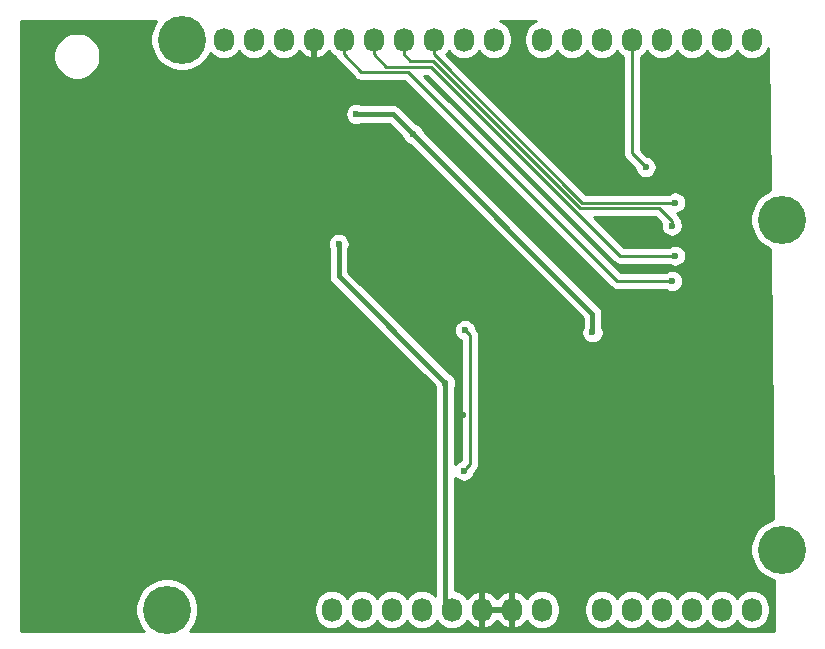
<source format=gbr>
G04 #@! TF.GenerationSoftware,KiCad,Pcbnew,5.1.5+dfsg1-2build2*
G04 #@! TF.CreationDate,2021-11-30T21:55:48+00:00*
G04 #@! TF.ProjectId,shield,73686965-6c64-42e6-9b69-6361645f7063,rev?*
G04 #@! TF.SameCoordinates,Original*
G04 #@! TF.FileFunction,Copper,L2,Bot*
G04 #@! TF.FilePolarity,Positive*
%FSLAX46Y46*%
G04 Gerber Fmt 4.6, Leading zero omitted, Abs format (unit mm)*
G04 Created by KiCad (PCBNEW 5.1.5+dfsg1-2build2) date 2021-11-30 21:55:48*
%MOMM*%
%LPD*%
G04 APERTURE LIST*
G04 #@! TA.AperFunction,ComponentPad*
%ADD10O,1.727200X2.032000*%
G04 #@! TD*
G04 #@! TA.AperFunction,ComponentPad*
%ADD11C,4.064000*%
G04 #@! TD*
G04 #@! TA.AperFunction,ViaPad*
%ADD12C,0.600000*%
G04 #@! TD*
G04 #@! TA.AperFunction,Conductor*
%ADD13C,0.400000*%
G04 #@! TD*
G04 #@! TA.AperFunction,Conductor*
%ADD14C,0.250000*%
G04 #@! TD*
G04 #@! TA.AperFunction,Conductor*
%ADD15C,0.254000*%
G04 #@! TD*
G04 APERTURE END LIST*
D10*
G04 #@! TO.P,P1,1*
G04 #@! TO.N,Net-(P1-Pad1)*
X27940000Y2540000D03*
G04 #@! TO.P,P1,2*
G04 #@! TO.N,/IOREF*
X30480000Y2540000D03*
G04 #@! TO.P,P1,3*
G04 #@! TO.N,/Reset*
X33020000Y2540000D03*
G04 #@! TO.P,P1,4*
G04 #@! TO.N,+3V3*
X35560000Y2540000D03*
G04 #@! TO.P,P1,5*
G04 #@! TO.N,+5V*
X38100000Y2540000D03*
G04 #@! TO.P,P1,6*
G04 #@! TO.N,GND*
X40640000Y2540000D03*
G04 #@! TO.P,P1,7*
X43180000Y2540000D03*
G04 #@! TO.P,P1,8*
G04 #@! TO.N,/Vin*
X45720000Y2540000D03*
G04 #@! TD*
G04 #@! TO.P,P2,1*
G04 #@! TO.N,PHOTODIODE_DC*
X50800000Y2540000D03*
G04 #@! TO.P,P2,2*
G04 #@! TO.N,PHOTODIODE_AMPLIFIED*
X53340000Y2540000D03*
G04 #@! TO.P,P2,3*
G04 #@! TO.N,LM35_AMPLIFIED*
X55880000Y2540000D03*
G04 #@! TO.P,P2,4*
G04 #@! TO.N,LM35_DATA_FILTERED*
X58420000Y2540000D03*
G04 #@! TO.P,P2,5*
G04 #@! TO.N,A4*
X60960000Y2540000D03*
G04 #@! TO.P,P2,6*
G04 #@! TO.N,A5*
X63500000Y2540000D03*
G04 #@! TD*
G04 #@! TO.P,P3,1*
G04 #@! TO.N,Net-(P3-Pad1)*
X18796000Y50800000D03*
G04 #@! TO.P,P3,2*
G04 #@! TO.N,Net-(P3-Pad2)*
X21336000Y50800000D03*
G04 #@! TO.P,P3,3*
G04 #@! TO.N,/AREF*
X23876000Y50800000D03*
G04 #@! TO.P,P3,4*
G04 #@! TO.N,GND*
X26416000Y50800000D03*
G04 #@! TO.P,P3,5*
G04 #@! TO.N,/13(SCK)*
X28956000Y50800000D03*
G04 #@! TO.P,P3,6*
G04 #@! TO.N,/12(MISO)*
X31496000Y50800000D03*
G04 #@! TO.P,P3,7*
G04 #@! TO.N,/11(\002A\002A/MOSI)*
X34036000Y50800000D03*
G04 #@! TO.P,P3,8*
G04 #@! TO.N,/10(\002A\002A/SS)*
X36576000Y50800000D03*
G04 #@! TO.P,P3,9*
G04 #@! TO.N,/9(\002A\002A)*
X39116000Y50800000D03*
G04 #@! TO.P,P3,10*
G04 #@! TO.N,LED4*
X41656000Y50800000D03*
G04 #@! TD*
G04 #@! TO.P,P4,1*
G04 #@! TO.N,LED3*
X45720000Y50800000D03*
G04 #@! TO.P,P4,2*
G04 #@! TO.N,LED2*
X48260000Y50800000D03*
G04 #@! TO.P,P4,3*
G04 #@! TO.N,LED1*
X50800000Y50800000D03*
G04 #@! TO.P,P4,4*
G04 #@! TO.N,/4*
X53340000Y50800000D03*
G04 #@! TO.P,P4,5*
G04 #@! TO.N,A5*
X55880000Y50800000D03*
G04 #@! TO.P,P4,6*
G04 #@! TO.N,/2*
X58420000Y50800000D03*
G04 #@! TO.P,P4,7*
G04 #@! TO.N,/1(Tx)*
X60960000Y50800000D03*
G04 #@! TO.P,P4,8*
G04 #@! TO.N,/0(Rx)*
X63500000Y50800000D03*
G04 #@! TD*
D11*
G04 #@! TO.P,P5,1*
G04 #@! TO.N,Net-(P5-Pad1)*
X13970000Y2540000D03*
G04 #@! TD*
G04 #@! TO.P,P6,1*
G04 #@! TO.N,Net-(P6-Pad1)*
X66040000Y7620000D03*
G04 #@! TD*
G04 #@! TO.P,P7,1*
G04 #@! TO.N,Net-(P7-Pad1)*
X15240000Y50800000D03*
G04 #@! TD*
G04 #@! TO.P,P8,1*
G04 #@! TO.N,Net-(P8-Pad1)*
X66040000Y35560000D03*
G04 #@! TD*
D12*
G04 #@! TO.N,+5V*
X37531000Y21719000D03*
X28500000Y33500000D03*
G04 #@! TO.N,GND*
X25800000Y15600000D03*
X39000000Y19000000D03*
X30750000Y25000000D03*
X30000000Y24250000D03*
X23750000Y11250000D03*
X17500000Y18500000D03*
X15750000Y17000000D03*
X49000000Y4750000D03*
X48000000Y5750000D03*
X47000000Y6750000D03*
X44250000Y6500000D03*
X45250000Y5500000D03*
X46250000Y4500000D03*
X31800000Y8500000D03*
X34800000Y8500000D03*
X31800000Y6500000D03*
X34750000Y6500000D03*
X48750000Y18250000D03*
X47750000Y17250000D03*
X50500000Y17000000D03*
X54750000Y22000000D03*
X55250000Y21500000D03*
X57000000Y10250000D03*
X57000000Y8250000D03*
X60750000Y6250000D03*
X60750000Y10750000D03*
X60250000Y25750000D03*
X63750000Y43250000D03*
X63750000Y42250000D03*
X63750000Y41250000D03*
X63750000Y40250000D03*
X33500000Y28000000D03*
X35000000Y29500000D03*
X37200000Y34600000D03*
X15750000Y31000000D03*
X15750000Y26500000D03*
X12000000Y31000000D03*
X11750000Y26500000D03*
X19500000Y31000000D03*
X19500000Y26500000D03*
X52000000Y45000000D03*
X48600000Y26000000D03*
X45000000Y22000000D03*
X19000000Y13000000D03*
X19000000Y15400000D03*
X19400000Y17400000D03*
X25600000Y6400000D03*
X50000000Y40000000D03*
X50000000Y38800000D03*
X44600000Y10800000D03*
X48800000Y14800000D03*
X38800000Y10800000D03*
X36400000Y10800000D03*
X32200000Y37800000D03*
X30400000Y36000000D03*
X29000000Y34600000D03*
X31800000Y46400000D03*
X44000000Y44600000D03*
X40300000Y28200000D03*
X41000000Y26200000D03*
X21300000Y41700000D03*
X40400000Y40000000D03*
X55900000Y27500000D03*
X55500000Y13300000D03*
X56500000Y18600000D03*
G04 #@! TO.N,/4*
X54500000Y40000000D03*
G04 #@! TO.N,/13(SCK)*
X56750000Y30360000D03*
G04 #@! TO.N,/10(\002A\002A/SS)*
X57000000Y37000000D03*
G04 #@! TO.N,/12(MISO)*
X57000000Y32500000D03*
G04 #@! TO.N,/11(\002A\002A/MOSI)*
X56710000Y35040000D03*
G04 #@! TO.N,LED_POWER*
X34800000Y42800000D03*
X50000000Y26000000D03*
X30000000Y44500000D03*
G04 #@! TO.N,LM35_DATA_FILTERED*
X39100000Y14300000D03*
X39200000Y26200000D03*
G04 #@! TD*
D13*
G04 #@! TO.N,+5V*
X28500000Y30750000D02*
X37531000Y21719000D01*
X28500000Y33500000D02*
X28500000Y30750000D01*
X37531000Y3109000D02*
X38100000Y2540000D01*
X37531000Y21719000D02*
X37531000Y3109000D01*
D14*
G04 #@! TO.N,/4*
X53340000Y41160000D02*
X54500000Y40000000D01*
X53340000Y50800000D02*
X53340000Y41160000D01*
G04 #@! TO.N,/13(SCK)*
X30440010Y48049990D02*
X28956000Y49534000D01*
X28956000Y49534000D02*
X28956000Y50800000D01*
X34375012Y48049990D02*
X30440010Y48049990D01*
X52065002Y30360000D02*
X34375012Y48049990D01*
X56750000Y30360000D02*
X52065002Y30360000D01*
G04 #@! TO.N,/10(\002A\002A/SS)*
X36576000Y49534000D02*
X36576000Y50800000D01*
X49110000Y37000000D02*
X36576000Y49534000D01*
X57000000Y37000000D02*
X49110000Y37000000D01*
G04 #@! TO.N,/12(MISO)*
X57000000Y32500000D02*
X52337180Y32500000D01*
X52337180Y32500000D02*
X36337180Y48500000D01*
X31496000Y49534000D02*
X31496000Y50800000D01*
X32530000Y48500000D02*
X31496000Y49534000D01*
X36337180Y48500000D02*
X32530000Y48500000D01*
G04 #@! TO.N,/11(\002A\002A/MOSI)*
X55624274Y36549990D02*
X48923600Y36549990D01*
X56710000Y35464264D02*
X55624274Y36549990D01*
X56710000Y35040000D02*
X56710000Y35464264D01*
X48923600Y36549990D02*
X36473590Y49000000D01*
X34036000Y49534000D02*
X34036000Y50800000D01*
X34570000Y49000000D02*
X34036000Y49534000D01*
X36473590Y49000000D02*
X34570000Y49000000D01*
D13*
G04 #@! TO.N,LED_POWER*
X50000000Y27600000D02*
X34800000Y42800000D01*
X50000000Y26000000D02*
X50000000Y27600000D01*
X33100000Y44500000D02*
X34800000Y42800000D01*
X30000000Y44500000D02*
X33100000Y44500000D01*
D14*
G04 #@! TO.N,LM35_DATA_FILTERED*
X39399999Y14599999D02*
X39100000Y14300000D01*
X39625001Y14825001D02*
X39399999Y14599999D01*
X39625001Y25774999D02*
X39625001Y14825001D01*
X39200000Y26200000D02*
X39625001Y25774999D01*
G04 #@! TD*
D15*
G04 #@! TO.N,GND*
G36*
X12876536Y52063298D02*
G01*
X12675492Y51577935D01*
X12573000Y51062677D01*
X12573000Y50537323D01*
X12675492Y50022065D01*
X12876536Y49536702D01*
X13168406Y49099887D01*
X13539887Y48728406D01*
X13976702Y48436536D01*
X14462065Y48235492D01*
X14977323Y48133000D01*
X15502677Y48133000D01*
X16017935Y48235492D01*
X16503298Y48436536D01*
X16940113Y48728406D01*
X17311594Y49099887D01*
X17603464Y49536702D01*
X17659001Y49670781D01*
X17731203Y49582803D01*
X17959395Y49395531D01*
X18219737Y49256375D01*
X18502224Y49170684D01*
X18796000Y49141749D01*
X19089777Y49170684D01*
X19372264Y49256375D01*
X19632606Y49395531D01*
X19860797Y49582803D01*
X20048069Y49810994D01*
X20066000Y49844541D01*
X20083931Y49810994D01*
X20271203Y49582803D01*
X20499395Y49395531D01*
X20759737Y49256375D01*
X21042224Y49170684D01*
X21336000Y49141749D01*
X21629777Y49170684D01*
X21912264Y49256375D01*
X22172606Y49395531D01*
X22400797Y49582803D01*
X22588069Y49810994D01*
X22606000Y49844541D01*
X22623931Y49810994D01*
X22811203Y49582803D01*
X23039395Y49395531D01*
X23299737Y49256375D01*
X23582224Y49170684D01*
X23876000Y49141749D01*
X24169777Y49170684D01*
X24452264Y49256375D01*
X24712606Y49395531D01*
X24940797Y49582803D01*
X25128069Y49810994D01*
X25149424Y49850947D01*
X25297514Y49648271D01*
X25513965Y49449267D01*
X25765081Y49296314D01*
X26041211Y49195291D01*
X26056974Y49192642D01*
X26289000Y49313783D01*
X26289000Y50673000D01*
X26269000Y50673000D01*
X26269000Y50927000D01*
X26289000Y50927000D01*
X26289000Y50947000D01*
X26543000Y50947000D01*
X26543000Y50927000D01*
X26563000Y50927000D01*
X26563000Y50673000D01*
X26543000Y50673000D01*
X26543000Y49313783D01*
X26775026Y49192642D01*
X26790789Y49195291D01*
X27066919Y49296314D01*
X27318035Y49449267D01*
X27534486Y49648271D01*
X27682576Y49850947D01*
X27703931Y49810994D01*
X27891203Y49582803D01*
X28119395Y49395531D01*
X28220142Y49341680D01*
X28235138Y49292246D01*
X28250454Y49241754D01*
X28321026Y49109724D01*
X28358716Y49063799D01*
X28415999Y48993999D01*
X28445003Y48970196D01*
X29876210Y47538988D01*
X29900009Y47509989D01*
X29929007Y47486191D01*
X30015733Y47415016D01*
X30147763Y47344444D01*
X30291024Y47300987D01*
X30402677Y47289990D01*
X30402686Y47289990D01*
X30440009Y47286314D01*
X30477332Y47289990D01*
X34060211Y47289990D01*
X51501203Y29848997D01*
X51525001Y29819999D01*
X51640726Y29725026D01*
X51772755Y29654454D01*
X51916016Y29610997D01*
X52027669Y29600000D01*
X52027677Y29600000D01*
X52065002Y29596324D01*
X52102327Y29600000D01*
X56204465Y29600000D01*
X56307111Y29531414D01*
X56477271Y29460932D01*
X56657911Y29425000D01*
X56842089Y29425000D01*
X57022729Y29460932D01*
X57192889Y29531414D01*
X57346028Y29633738D01*
X57476262Y29763972D01*
X57578586Y29917111D01*
X57649068Y30087271D01*
X57685000Y30267911D01*
X57685000Y30452089D01*
X57649068Y30632729D01*
X57578586Y30802889D01*
X57476262Y30956028D01*
X57346028Y31086262D01*
X57192889Y31188586D01*
X57022729Y31259068D01*
X56842089Y31295000D01*
X56657911Y31295000D01*
X56477271Y31259068D01*
X56307111Y31188586D01*
X56204465Y31120000D01*
X52379804Y31120000D01*
X35759803Y47740000D01*
X36022379Y47740000D01*
X51773381Y31988997D01*
X51797179Y31959999D01*
X51826177Y31936201D01*
X51912903Y31865026D01*
X52044933Y31794454D01*
X52188194Y31750997D01*
X52299847Y31740000D01*
X52299857Y31740000D01*
X52337180Y31736324D01*
X52374502Y31740000D01*
X56454465Y31740000D01*
X56557111Y31671414D01*
X56727271Y31600932D01*
X56907911Y31565000D01*
X57092089Y31565000D01*
X57272729Y31600932D01*
X57442889Y31671414D01*
X57596028Y31773738D01*
X57726262Y31903972D01*
X57828586Y32057111D01*
X57899068Y32227271D01*
X57935000Y32407911D01*
X57935000Y32592089D01*
X57899068Y32772729D01*
X57828586Y32942889D01*
X57726262Y33096028D01*
X57596028Y33226262D01*
X57442889Y33328586D01*
X57272729Y33399068D01*
X57092089Y33435000D01*
X56907911Y33435000D01*
X56727271Y33399068D01*
X56557111Y33328586D01*
X56454465Y33260000D01*
X52651982Y33260000D01*
X50121992Y35789990D01*
X55309473Y35789990D01*
X55806917Y35292545D01*
X55775000Y35132089D01*
X55775000Y34947911D01*
X55810932Y34767271D01*
X55881414Y34597111D01*
X55983738Y34443972D01*
X56113972Y34313738D01*
X56267111Y34211414D01*
X56437271Y34140932D01*
X56617911Y34105000D01*
X56802089Y34105000D01*
X56982729Y34140932D01*
X57152889Y34211414D01*
X57306028Y34313738D01*
X57436262Y34443972D01*
X57538586Y34597111D01*
X57609068Y34767271D01*
X57645000Y34947911D01*
X57645000Y35132089D01*
X57609068Y35312729D01*
X57538586Y35482889D01*
X57460303Y35600048D01*
X57459003Y35613250D01*
X57415546Y35756511D01*
X57344974Y35888540D01*
X57303507Y35939068D01*
X57273799Y35975268D01*
X57273795Y35975272D01*
X57250001Y36004265D01*
X57221008Y36028059D01*
X57168807Y36080260D01*
X57272729Y36100932D01*
X57442889Y36171414D01*
X57596028Y36273738D01*
X57726262Y36403972D01*
X57828586Y36557111D01*
X57899068Y36727271D01*
X57935000Y36907911D01*
X57935000Y37092089D01*
X57899068Y37272729D01*
X57828586Y37442889D01*
X57726262Y37596028D01*
X57596028Y37726262D01*
X57442889Y37828586D01*
X57272729Y37899068D01*
X57092089Y37935000D01*
X56907911Y37935000D01*
X56727271Y37899068D01*
X56557111Y37828586D01*
X56454465Y37760000D01*
X49424802Y37760000D01*
X37619487Y49565314D01*
X37640797Y49582803D01*
X37828069Y49810994D01*
X37846000Y49844541D01*
X37863931Y49810994D01*
X38051203Y49582803D01*
X38279395Y49395531D01*
X38539737Y49256375D01*
X38822224Y49170684D01*
X39116000Y49141749D01*
X39409777Y49170684D01*
X39692264Y49256375D01*
X39952606Y49395531D01*
X40180797Y49582803D01*
X40368069Y49810994D01*
X40386000Y49844541D01*
X40403931Y49810994D01*
X40591203Y49582803D01*
X40819395Y49395531D01*
X41079737Y49256375D01*
X41362224Y49170684D01*
X41656000Y49141749D01*
X41949777Y49170684D01*
X42232264Y49256375D01*
X42492606Y49395531D01*
X42720797Y49582803D01*
X42908069Y49810994D01*
X43047225Y50071337D01*
X43132916Y50353824D01*
X43154600Y50573982D01*
X43154600Y51026019D01*
X43132916Y51246177D01*
X43047225Y51528664D01*
X42908069Y51789006D01*
X42720797Y52017197D01*
X42492605Y52204469D01*
X42232263Y52343625D01*
X42135426Y52373000D01*
X45240573Y52373000D01*
X45143736Y52343625D01*
X44883394Y52204469D01*
X44655203Y52017197D01*
X44467931Y51789005D01*
X44328775Y51528663D01*
X44243084Y51246176D01*
X44221400Y51026018D01*
X44221400Y50573981D01*
X44243084Y50353823D01*
X44328775Y50071336D01*
X44467931Y49810994D01*
X44655203Y49582803D01*
X44883395Y49395531D01*
X45143737Y49256375D01*
X45426224Y49170684D01*
X45720000Y49141749D01*
X46013777Y49170684D01*
X46296264Y49256375D01*
X46556606Y49395531D01*
X46784797Y49582803D01*
X46972069Y49810994D01*
X46990000Y49844541D01*
X47007931Y49810994D01*
X47195203Y49582803D01*
X47423395Y49395531D01*
X47683737Y49256375D01*
X47966224Y49170684D01*
X48260000Y49141749D01*
X48553777Y49170684D01*
X48836264Y49256375D01*
X49096606Y49395531D01*
X49324797Y49582803D01*
X49512069Y49810994D01*
X49530000Y49844541D01*
X49547931Y49810994D01*
X49735203Y49582803D01*
X49963395Y49395531D01*
X50223737Y49256375D01*
X50506224Y49170684D01*
X50800000Y49141749D01*
X51093777Y49170684D01*
X51376264Y49256375D01*
X51636606Y49395531D01*
X51864797Y49582803D01*
X52052069Y49810994D01*
X52070000Y49844541D01*
X52087931Y49810994D01*
X52275203Y49582803D01*
X52503395Y49395531D01*
X52580000Y49354585D01*
X52580001Y41197332D01*
X52576324Y41160000D01*
X52590998Y41011015D01*
X52634454Y40867754D01*
X52705026Y40735724D01*
X52767977Y40659019D01*
X52800000Y40619999D01*
X52828998Y40596201D01*
X53576847Y39848351D01*
X53600932Y39727271D01*
X53671414Y39557111D01*
X53773738Y39403972D01*
X53903972Y39273738D01*
X54057111Y39171414D01*
X54227271Y39100932D01*
X54407911Y39065000D01*
X54592089Y39065000D01*
X54772729Y39100932D01*
X54942889Y39171414D01*
X55096028Y39273738D01*
X55226262Y39403972D01*
X55328586Y39557111D01*
X55399068Y39727271D01*
X55435000Y39907911D01*
X55435000Y40092089D01*
X55399068Y40272729D01*
X55328586Y40442889D01*
X55226262Y40596028D01*
X55096028Y40726262D01*
X54942889Y40828586D01*
X54772729Y40899068D01*
X54651649Y40923153D01*
X54100000Y41474801D01*
X54100000Y49354584D01*
X54176606Y49395531D01*
X54404797Y49582803D01*
X54592069Y49810994D01*
X54610000Y49844541D01*
X54627931Y49810994D01*
X54815203Y49582803D01*
X55043395Y49395531D01*
X55303737Y49256375D01*
X55586224Y49170684D01*
X55880000Y49141749D01*
X56173777Y49170684D01*
X56456264Y49256375D01*
X56716606Y49395531D01*
X56944797Y49582803D01*
X57132069Y49810994D01*
X57150000Y49844541D01*
X57167931Y49810994D01*
X57355203Y49582803D01*
X57583395Y49395531D01*
X57843737Y49256375D01*
X58126224Y49170684D01*
X58420000Y49141749D01*
X58713777Y49170684D01*
X58996264Y49256375D01*
X59256606Y49395531D01*
X59484797Y49582803D01*
X59672069Y49810994D01*
X59690000Y49844541D01*
X59707931Y49810994D01*
X59895203Y49582803D01*
X60123395Y49395531D01*
X60383737Y49256375D01*
X60666224Y49170684D01*
X60960000Y49141749D01*
X61253777Y49170684D01*
X61536264Y49256375D01*
X61796606Y49395531D01*
X62024797Y49582803D01*
X62212069Y49810994D01*
X62230000Y49844541D01*
X62247931Y49810994D01*
X62435203Y49582803D01*
X62663395Y49395531D01*
X62923737Y49256375D01*
X63206224Y49170684D01*
X63500000Y49141749D01*
X63793777Y49170684D01*
X64076264Y49256375D01*
X64336606Y49395531D01*
X64564797Y49582803D01*
X64752069Y49810994D01*
X64891225Y50071337D01*
X64896189Y50087701D01*
X65012215Y38021017D01*
X64776702Y37923464D01*
X64339887Y37631594D01*
X63968406Y37260113D01*
X63676536Y36823298D01*
X63475492Y36337935D01*
X63373000Y35822677D01*
X63373000Y35297323D01*
X63475492Y34782065D01*
X63676536Y34296702D01*
X63968406Y33859887D01*
X64339887Y33488406D01*
X64776702Y33196536D01*
X65059731Y33079301D01*
X65279840Y10188044D01*
X65262065Y10184508D01*
X64776702Y9983464D01*
X64339887Y9691594D01*
X63968406Y9320113D01*
X63676536Y8883298D01*
X63475492Y8397935D01*
X63373000Y7882677D01*
X63373000Y7357323D01*
X63475492Y6842065D01*
X63676536Y6356702D01*
X63968406Y5919887D01*
X64339887Y5548406D01*
X64776702Y5256536D01*
X65262065Y5055492D01*
X65329320Y5042114D01*
X65351679Y2716781D01*
X65340274Y2679184D01*
X65326565Y2540000D01*
X65330001Y2505115D01*
X65330000Y710000D01*
X15911707Y710000D01*
X16041594Y839887D01*
X16333464Y1276702D01*
X16534508Y1762065D01*
X16637000Y2277323D01*
X16637000Y2766018D01*
X26441400Y2766018D01*
X26441400Y2313981D01*
X26463084Y2093823D01*
X26548775Y1811336D01*
X26687931Y1550994D01*
X26875203Y1322803D01*
X27103395Y1135531D01*
X27363737Y996375D01*
X27646224Y910684D01*
X27940000Y881749D01*
X28233777Y910684D01*
X28516264Y996375D01*
X28776606Y1135531D01*
X29004797Y1322803D01*
X29192069Y1550994D01*
X29210000Y1584541D01*
X29227931Y1550994D01*
X29415203Y1322803D01*
X29643395Y1135531D01*
X29903737Y996375D01*
X30186224Y910684D01*
X30480000Y881749D01*
X30773777Y910684D01*
X31056264Y996375D01*
X31316606Y1135531D01*
X31544797Y1322803D01*
X31732069Y1550994D01*
X31750000Y1584541D01*
X31767931Y1550994D01*
X31955203Y1322803D01*
X32183395Y1135531D01*
X32443737Y996375D01*
X32726224Y910684D01*
X33020000Y881749D01*
X33313777Y910684D01*
X33596264Y996375D01*
X33856606Y1135531D01*
X34084797Y1322803D01*
X34272069Y1550994D01*
X34290000Y1584541D01*
X34307931Y1550994D01*
X34495203Y1322803D01*
X34723395Y1135531D01*
X34983737Y996375D01*
X35266224Y910684D01*
X35560000Y881749D01*
X35853777Y910684D01*
X36136264Y996375D01*
X36396606Y1135531D01*
X36624797Y1322803D01*
X36812069Y1550994D01*
X36830000Y1584541D01*
X36847931Y1550994D01*
X37035203Y1322803D01*
X37263395Y1135531D01*
X37523737Y996375D01*
X37806224Y910684D01*
X38100000Y881749D01*
X38393777Y910684D01*
X38676264Y996375D01*
X38936606Y1135531D01*
X39164797Y1322803D01*
X39352069Y1550994D01*
X39373424Y1590947D01*
X39521514Y1388271D01*
X39737965Y1189267D01*
X39989081Y1036314D01*
X40265211Y935291D01*
X40280974Y932642D01*
X40513000Y1053783D01*
X40513000Y2413000D01*
X40767000Y2413000D01*
X40767000Y1053783D01*
X40999026Y932642D01*
X41014789Y935291D01*
X41290919Y1036314D01*
X41542035Y1189267D01*
X41758486Y1388271D01*
X41910000Y1595633D01*
X42061514Y1388271D01*
X42277965Y1189267D01*
X42529081Y1036314D01*
X42805211Y935291D01*
X42820974Y932642D01*
X43053000Y1053783D01*
X43053000Y2413000D01*
X40767000Y2413000D01*
X40513000Y2413000D01*
X40493000Y2413000D01*
X40493000Y2667000D01*
X40513000Y2667000D01*
X40513000Y4026217D01*
X40767000Y4026217D01*
X40767000Y2667000D01*
X43053000Y2667000D01*
X43053000Y4026217D01*
X43307000Y4026217D01*
X43307000Y2667000D01*
X43327000Y2667000D01*
X43327000Y2413000D01*
X43307000Y2413000D01*
X43307000Y1053783D01*
X43539026Y932642D01*
X43554789Y935291D01*
X43830919Y1036314D01*
X44082035Y1189267D01*
X44298486Y1388271D01*
X44446576Y1590947D01*
X44467931Y1550994D01*
X44655203Y1322803D01*
X44883395Y1135531D01*
X45143737Y996375D01*
X45426224Y910684D01*
X45720000Y881749D01*
X46013777Y910684D01*
X46296264Y996375D01*
X46556606Y1135531D01*
X46784797Y1322803D01*
X46972069Y1550994D01*
X47111225Y1811337D01*
X47196916Y2093824D01*
X47218600Y2313982D01*
X47218600Y2766018D01*
X49301400Y2766018D01*
X49301400Y2313981D01*
X49323084Y2093823D01*
X49408775Y1811336D01*
X49547931Y1550994D01*
X49735203Y1322803D01*
X49963395Y1135531D01*
X50223737Y996375D01*
X50506224Y910684D01*
X50800000Y881749D01*
X51093777Y910684D01*
X51376264Y996375D01*
X51636606Y1135531D01*
X51864797Y1322803D01*
X52052069Y1550994D01*
X52070000Y1584541D01*
X52087931Y1550994D01*
X52275203Y1322803D01*
X52503395Y1135531D01*
X52763737Y996375D01*
X53046224Y910684D01*
X53340000Y881749D01*
X53633777Y910684D01*
X53916264Y996375D01*
X54176606Y1135531D01*
X54404797Y1322803D01*
X54592069Y1550994D01*
X54610000Y1584541D01*
X54627931Y1550994D01*
X54815203Y1322803D01*
X55043395Y1135531D01*
X55303737Y996375D01*
X55586224Y910684D01*
X55880000Y881749D01*
X56173777Y910684D01*
X56456264Y996375D01*
X56716606Y1135531D01*
X56944797Y1322803D01*
X57132069Y1550994D01*
X57150000Y1584541D01*
X57167931Y1550994D01*
X57355203Y1322803D01*
X57583395Y1135531D01*
X57843737Y996375D01*
X58126224Y910684D01*
X58420000Y881749D01*
X58713777Y910684D01*
X58996264Y996375D01*
X59256606Y1135531D01*
X59484797Y1322803D01*
X59672069Y1550994D01*
X59690000Y1584541D01*
X59707931Y1550994D01*
X59895203Y1322803D01*
X60123395Y1135531D01*
X60383737Y996375D01*
X60666224Y910684D01*
X60960000Y881749D01*
X61253777Y910684D01*
X61536264Y996375D01*
X61796606Y1135531D01*
X62024797Y1322803D01*
X62212069Y1550994D01*
X62230000Y1584541D01*
X62247931Y1550994D01*
X62435203Y1322803D01*
X62663395Y1135531D01*
X62923737Y996375D01*
X63206224Y910684D01*
X63500000Y881749D01*
X63793777Y910684D01*
X64076264Y996375D01*
X64336606Y1135531D01*
X64564797Y1322803D01*
X64752069Y1550994D01*
X64891225Y1811337D01*
X64976916Y2093824D01*
X64998600Y2313982D01*
X64998600Y2766019D01*
X64976916Y2986177D01*
X64891225Y3268664D01*
X64752069Y3529006D01*
X64564797Y3757197D01*
X64336605Y3944469D01*
X64076263Y4083625D01*
X63793776Y4169316D01*
X63500000Y4198251D01*
X63206223Y4169316D01*
X62923736Y4083625D01*
X62663394Y3944469D01*
X62435203Y3757197D01*
X62247931Y3529005D01*
X62230000Y3495459D01*
X62212069Y3529006D01*
X62024797Y3757197D01*
X61796605Y3944469D01*
X61536263Y4083625D01*
X61253776Y4169316D01*
X60960000Y4198251D01*
X60666223Y4169316D01*
X60383736Y4083625D01*
X60123394Y3944469D01*
X59895203Y3757197D01*
X59707931Y3529005D01*
X59690000Y3495459D01*
X59672069Y3529006D01*
X59484797Y3757197D01*
X59256605Y3944469D01*
X58996263Y4083625D01*
X58713776Y4169316D01*
X58420000Y4198251D01*
X58126223Y4169316D01*
X57843736Y4083625D01*
X57583394Y3944469D01*
X57355203Y3757197D01*
X57167931Y3529005D01*
X57150000Y3495459D01*
X57132069Y3529006D01*
X56944797Y3757197D01*
X56716605Y3944469D01*
X56456263Y4083625D01*
X56173776Y4169316D01*
X55880000Y4198251D01*
X55586223Y4169316D01*
X55303736Y4083625D01*
X55043394Y3944469D01*
X54815203Y3757197D01*
X54627931Y3529005D01*
X54610000Y3495459D01*
X54592069Y3529006D01*
X54404797Y3757197D01*
X54176605Y3944469D01*
X53916263Y4083625D01*
X53633776Y4169316D01*
X53340000Y4198251D01*
X53046223Y4169316D01*
X52763736Y4083625D01*
X52503394Y3944469D01*
X52275203Y3757197D01*
X52087931Y3529005D01*
X52070000Y3495459D01*
X52052069Y3529006D01*
X51864797Y3757197D01*
X51636605Y3944469D01*
X51376263Y4083625D01*
X51093776Y4169316D01*
X50800000Y4198251D01*
X50506223Y4169316D01*
X50223736Y4083625D01*
X49963394Y3944469D01*
X49735203Y3757197D01*
X49547931Y3529005D01*
X49408775Y3268663D01*
X49323084Y2986176D01*
X49301400Y2766018D01*
X47218600Y2766018D01*
X47218600Y2766019D01*
X47196916Y2986177D01*
X47111225Y3268664D01*
X46972069Y3529006D01*
X46784797Y3757197D01*
X46556605Y3944469D01*
X46296263Y4083625D01*
X46013776Y4169316D01*
X45720000Y4198251D01*
X45426223Y4169316D01*
X45143736Y4083625D01*
X44883394Y3944469D01*
X44655203Y3757197D01*
X44467931Y3529005D01*
X44446576Y3489053D01*
X44298486Y3691729D01*
X44082035Y3890733D01*
X43830919Y4043686D01*
X43554789Y4144709D01*
X43539026Y4147358D01*
X43307000Y4026217D01*
X43053000Y4026217D01*
X42820974Y4147358D01*
X42805211Y4144709D01*
X42529081Y4043686D01*
X42277965Y3890733D01*
X42061514Y3691729D01*
X41910000Y3484367D01*
X41758486Y3691729D01*
X41542035Y3890733D01*
X41290919Y4043686D01*
X41014789Y4144709D01*
X40999026Y4147358D01*
X40767000Y4026217D01*
X40513000Y4026217D01*
X40280974Y4147358D01*
X40265211Y4144709D01*
X39989081Y4043686D01*
X39737965Y3890733D01*
X39521514Y3691729D01*
X39373424Y3489053D01*
X39352069Y3529006D01*
X39164797Y3757197D01*
X38936605Y3944469D01*
X38676263Y4083625D01*
X38393776Y4169316D01*
X38366000Y4172052D01*
X38366000Y13715553D01*
X38373738Y13703972D01*
X38503972Y13573738D01*
X38657111Y13471414D01*
X38827271Y13400932D01*
X39007911Y13365000D01*
X39192089Y13365000D01*
X39372729Y13400932D01*
X39542889Y13471414D01*
X39696028Y13573738D01*
X39826262Y13703972D01*
X39928586Y13857111D01*
X39999068Y14027271D01*
X40023153Y14148352D01*
X40135998Y14261197D01*
X40165002Y14285000D01*
X40259975Y14400725D01*
X40330547Y14532754D01*
X40374004Y14676015D01*
X40385001Y14787668D01*
X40385001Y14787678D01*
X40388677Y14825001D01*
X40385001Y14862324D01*
X40385001Y25737677D01*
X40388677Y25775000D01*
X40385001Y25812323D01*
X40385001Y25812332D01*
X40374004Y25923985D01*
X40330547Y26067246D01*
X40259975Y26199275D01*
X40165002Y26315000D01*
X40135999Y26338802D01*
X40123153Y26351648D01*
X40099068Y26472729D01*
X40028586Y26642889D01*
X39926262Y26796028D01*
X39796028Y26926262D01*
X39642889Y27028586D01*
X39472729Y27099068D01*
X39292089Y27135000D01*
X39107911Y27135000D01*
X38927271Y27099068D01*
X38757111Y27028586D01*
X38603972Y26926262D01*
X38473738Y26796028D01*
X38371414Y26642889D01*
X38300932Y26472729D01*
X38265000Y26292089D01*
X38265000Y26107911D01*
X38300932Y25927271D01*
X38371414Y25757111D01*
X38473738Y25603972D01*
X38603972Y25473738D01*
X38757111Y25371414D01*
X38865001Y25326725D01*
X38865002Y15206573D01*
X38827271Y15199068D01*
X38657111Y15128586D01*
X38503972Y15026262D01*
X38373738Y14896028D01*
X38366000Y14884447D01*
X38366000Y21291596D01*
X38430068Y21446271D01*
X38466000Y21626911D01*
X38466000Y21811089D01*
X38430068Y21991729D01*
X38359586Y22161889D01*
X38257262Y22315028D01*
X38127028Y22445262D01*
X37973889Y22547586D01*
X37819216Y22611653D01*
X29335000Y31095867D01*
X29335000Y33072596D01*
X29399068Y33227271D01*
X29435000Y33407911D01*
X29435000Y33592089D01*
X29399068Y33772729D01*
X29328586Y33942889D01*
X29226262Y34096028D01*
X29096028Y34226262D01*
X28942889Y34328586D01*
X28772729Y34399068D01*
X28592089Y34435000D01*
X28407911Y34435000D01*
X28227271Y34399068D01*
X28057111Y34328586D01*
X27903972Y34226262D01*
X27773738Y34096028D01*
X27671414Y33942889D01*
X27600932Y33772729D01*
X27565000Y33592089D01*
X27565000Y33407911D01*
X27600932Y33227271D01*
X27665000Y33072595D01*
X27665001Y30791028D01*
X27660960Y30750000D01*
X27677082Y30586312D01*
X27724828Y30428914D01*
X27802364Y30283855D01*
X27802365Y30283854D01*
X27906710Y30156709D01*
X27938574Y30130559D01*
X36638347Y21430784D01*
X36696000Y21291596D01*
X36696001Y3670435D01*
X36624797Y3757197D01*
X36396605Y3944469D01*
X36136263Y4083625D01*
X35853776Y4169316D01*
X35560000Y4198251D01*
X35266223Y4169316D01*
X34983736Y4083625D01*
X34723394Y3944469D01*
X34495203Y3757197D01*
X34307931Y3529005D01*
X34290000Y3495459D01*
X34272069Y3529006D01*
X34084797Y3757197D01*
X33856605Y3944469D01*
X33596263Y4083625D01*
X33313776Y4169316D01*
X33020000Y4198251D01*
X32726223Y4169316D01*
X32443736Y4083625D01*
X32183394Y3944469D01*
X31955203Y3757197D01*
X31767931Y3529005D01*
X31750000Y3495459D01*
X31732069Y3529006D01*
X31544797Y3757197D01*
X31316605Y3944469D01*
X31056263Y4083625D01*
X30773776Y4169316D01*
X30480000Y4198251D01*
X30186223Y4169316D01*
X29903736Y4083625D01*
X29643394Y3944469D01*
X29415203Y3757197D01*
X29227931Y3529005D01*
X29210000Y3495459D01*
X29192069Y3529006D01*
X29004797Y3757197D01*
X28776605Y3944469D01*
X28516263Y4083625D01*
X28233776Y4169316D01*
X27940000Y4198251D01*
X27646223Y4169316D01*
X27363736Y4083625D01*
X27103394Y3944469D01*
X26875203Y3757197D01*
X26687931Y3529005D01*
X26548775Y3268663D01*
X26463084Y2986176D01*
X26441400Y2766018D01*
X16637000Y2766018D01*
X16637000Y2802677D01*
X16534508Y3317935D01*
X16333464Y3803298D01*
X16041594Y4240113D01*
X15670113Y4611594D01*
X15233298Y4903464D01*
X14747935Y5104508D01*
X14232677Y5207000D01*
X13707323Y5207000D01*
X13192065Y5104508D01*
X12706702Y4903464D01*
X12269887Y4611594D01*
X11898406Y4240113D01*
X11606536Y3803298D01*
X11405492Y3317935D01*
X11303000Y2802677D01*
X11303000Y2277323D01*
X11405492Y1762065D01*
X11606536Y1276702D01*
X11898406Y839887D01*
X12028293Y710000D01*
X1627000Y710000D01*
X1627000Y44592089D01*
X29065000Y44592089D01*
X29065000Y44407911D01*
X29100932Y44227271D01*
X29171414Y44057111D01*
X29273738Y43903972D01*
X29403972Y43773738D01*
X29557111Y43671414D01*
X29727271Y43600932D01*
X29907911Y43565000D01*
X30092089Y43565000D01*
X30272729Y43600932D01*
X30427404Y43665000D01*
X32754133Y43665000D01*
X33907346Y42511786D01*
X33971414Y42357111D01*
X34073738Y42203972D01*
X34203972Y42073738D01*
X34357111Y41971414D01*
X34511788Y41907345D01*
X49165001Y27254131D01*
X49165000Y26427405D01*
X49100932Y26272729D01*
X49065000Y26092089D01*
X49065000Y25907911D01*
X49100932Y25727271D01*
X49171414Y25557111D01*
X49273738Y25403972D01*
X49403972Y25273738D01*
X49557111Y25171414D01*
X49727271Y25100932D01*
X49907911Y25065000D01*
X50092089Y25065000D01*
X50272729Y25100932D01*
X50442889Y25171414D01*
X50596028Y25273738D01*
X50726262Y25403972D01*
X50828586Y25557111D01*
X50899068Y25727271D01*
X50935000Y25907911D01*
X50935000Y26092089D01*
X50899068Y26272729D01*
X50835000Y26427404D01*
X50835000Y27558982D01*
X50839040Y27600001D01*
X50822918Y27763689D01*
X50775172Y27921087D01*
X50697636Y28066146D01*
X50593291Y28193291D01*
X50561427Y28219441D01*
X35692655Y43088212D01*
X35628586Y43242889D01*
X35526262Y43396028D01*
X35396028Y43526262D01*
X35242889Y43628586D01*
X35088214Y43692654D01*
X33719446Y45061421D01*
X33693291Y45093291D01*
X33566146Y45197636D01*
X33421087Y45275172D01*
X33263689Y45322918D01*
X33141019Y45335000D01*
X33141018Y45335000D01*
X33100000Y45339040D01*
X33058982Y45335000D01*
X30427404Y45335000D01*
X30272729Y45399068D01*
X30092089Y45435000D01*
X29907911Y45435000D01*
X29727271Y45399068D01*
X29557111Y45328586D01*
X29403972Y45226262D01*
X29273738Y45096028D01*
X29171414Y44942889D01*
X29100932Y44772729D01*
X29065000Y44592089D01*
X1627000Y44592089D01*
X1627000Y49599034D01*
X4359631Y49599034D01*
X4359631Y49206966D01*
X4436119Y48822431D01*
X4586157Y48460207D01*
X4803979Y48134213D01*
X5081213Y47856979D01*
X5407207Y47639157D01*
X5769431Y47489119D01*
X6153966Y47412631D01*
X6546034Y47412631D01*
X6930569Y47489119D01*
X7292793Y47639157D01*
X7618787Y47856979D01*
X7896021Y48134213D01*
X8113843Y48460207D01*
X8263881Y48822431D01*
X8340369Y49206966D01*
X8340369Y49599034D01*
X8263881Y49983569D01*
X8113843Y50345793D01*
X7896021Y50671787D01*
X7618787Y50949021D01*
X7292793Y51166843D01*
X6930569Y51316881D01*
X6546034Y51393369D01*
X6153966Y51393369D01*
X5769431Y51316881D01*
X5407207Y51166843D01*
X5081213Y50949021D01*
X4803979Y50671787D01*
X4586157Y50345793D01*
X4436119Y49983569D01*
X4359631Y49599034D01*
X1627000Y49599034D01*
X1627000Y52373000D01*
X13083472Y52373000D01*
X12876536Y52063298D01*
G37*
X12876536Y52063298D02*
X12675492Y51577935D01*
X12573000Y51062677D01*
X12573000Y50537323D01*
X12675492Y50022065D01*
X12876536Y49536702D01*
X13168406Y49099887D01*
X13539887Y48728406D01*
X13976702Y48436536D01*
X14462065Y48235492D01*
X14977323Y48133000D01*
X15502677Y48133000D01*
X16017935Y48235492D01*
X16503298Y48436536D01*
X16940113Y48728406D01*
X17311594Y49099887D01*
X17603464Y49536702D01*
X17659001Y49670781D01*
X17731203Y49582803D01*
X17959395Y49395531D01*
X18219737Y49256375D01*
X18502224Y49170684D01*
X18796000Y49141749D01*
X19089777Y49170684D01*
X19372264Y49256375D01*
X19632606Y49395531D01*
X19860797Y49582803D01*
X20048069Y49810994D01*
X20066000Y49844541D01*
X20083931Y49810994D01*
X20271203Y49582803D01*
X20499395Y49395531D01*
X20759737Y49256375D01*
X21042224Y49170684D01*
X21336000Y49141749D01*
X21629777Y49170684D01*
X21912264Y49256375D01*
X22172606Y49395531D01*
X22400797Y49582803D01*
X22588069Y49810994D01*
X22606000Y49844541D01*
X22623931Y49810994D01*
X22811203Y49582803D01*
X23039395Y49395531D01*
X23299737Y49256375D01*
X23582224Y49170684D01*
X23876000Y49141749D01*
X24169777Y49170684D01*
X24452264Y49256375D01*
X24712606Y49395531D01*
X24940797Y49582803D01*
X25128069Y49810994D01*
X25149424Y49850947D01*
X25297514Y49648271D01*
X25513965Y49449267D01*
X25765081Y49296314D01*
X26041211Y49195291D01*
X26056974Y49192642D01*
X26289000Y49313783D01*
X26289000Y50673000D01*
X26269000Y50673000D01*
X26269000Y50927000D01*
X26289000Y50927000D01*
X26289000Y50947000D01*
X26543000Y50947000D01*
X26543000Y50927000D01*
X26563000Y50927000D01*
X26563000Y50673000D01*
X26543000Y50673000D01*
X26543000Y49313783D01*
X26775026Y49192642D01*
X26790789Y49195291D01*
X27066919Y49296314D01*
X27318035Y49449267D01*
X27534486Y49648271D01*
X27682576Y49850947D01*
X27703931Y49810994D01*
X27891203Y49582803D01*
X28119395Y49395531D01*
X28220142Y49341680D01*
X28235138Y49292246D01*
X28250454Y49241754D01*
X28321026Y49109724D01*
X28358716Y49063799D01*
X28415999Y48993999D01*
X28445003Y48970196D01*
X29876210Y47538988D01*
X29900009Y47509989D01*
X29929007Y47486191D01*
X30015733Y47415016D01*
X30147763Y47344444D01*
X30291024Y47300987D01*
X30402677Y47289990D01*
X30402686Y47289990D01*
X30440009Y47286314D01*
X30477332Y47289990D01*
X34060211Y47289990D01*
X51501203Y29848997D01*
X51525001Y29819999D01*
X51640726Y29725026D01*
X51772755Y29654454D01*
X51916016Y29610997D01*
X52027669Y29600000D01*
X52027677Y29600000D01*
X52065002Y29596324D01*
X52102327Y29600000D01*
X56204465Y29600000D01*
X56307111Y29531414D01*
X56477271Y29460932D01*
X56657911Y29425000D01*
X56842089Y29425000D01*
X57022729Y29460932D01*
X57192889Y29531414D01*
X57346028Y29633738D01*
X57476262Y29763972D01*
X57578586Y29917111D01*
X57649068Y30087271D01*
X57685000Y30267911D01*
X57685000Y30452089D01*
X57649068Y30632729D01*
X57578586Y30802889D01*
X57476262Y30956028D01*
X57346028Y31086262D01*
X57192889Y31188586D01*
X57022729Y31259068D01*
X56842089Y31295000D01*
X56657911Y31295000D01*
X56477271Y31259068D01*
X56307111Y31188586D01*
X56204465Y31120000D01*
X52379804Y31120000D01*
X35759803Y47740000D01*
X36022379Y47740000D01*
X51773381Y31988997D01*
X51797179Y31959999D01*
X51826177Y31936201D01*
X51912903Y31865026D01*
X52044933Y31794454D01*
X52188194Y31750997D01*
X52299847Y31740000D01*
X52299857Y31740000D01*
X52337180Y31736324D01*
X52374502Y31740000D01*
X56454465Y31740000D01*
X56557111Y31671414D01*
X56727271Y31600932D01*
X56907911Y31565000D01*
X57092089Y31565000D01*
X57272729Y31600932D01*
X57442889Y31671414D01*
X57596028Y31773738D01*
X57726262Y31903972D01*
X57828586Y32057111D01*
X57899068Y32227271D01*
X57935000Y32407911D01*
X57935000Y32592089D01*
X57899068Y32772729D01*
X57828586Y32942889D01*
X57726262Y33096028D01*
X57596028Y33226262D01*
X57442889Y33328586D01*
X57272729Y33399068D01*
X57092089Y33435000D01*
X56907911Y33435000D01*
X56727271Y33399068D01*
X56557111Y33328586D01*
X56454465Y33260000D01*
X52651982Y33260000D01*
X50121992Y35789990D01*
X55309473Y35789990D01*
X55806917Y35292545D01*
X55775000Y35132089D01*
X55775000Y34947911D01*
X55810932Y34767271D01*
X55881414Y34597111D01*
X55983738Y34443972D01*
X56113972Y34313738D01*
X56267111Y34211414D01*
X56437271Y34140932D01*
X56617911Y34105000D01*
X56802089Y34105000D01*
X56982729Y34140932D01*
X57152889Y34211414D01*
X57306028Y34313738D01*
X57436262Y34443972D01*
X57538586Y34597111D01*
X57609068Y34767271D01*
X57645000Y34947911D01*
X57645000Y35132089D01*
X57609068Y35312729D01*
X57538586Y35482889D01*
X57460303Y35600048D01*
X57459003Y35613250D01*
X57415546Y35756511D01*
X57344974Y35888540D01*
X57303507Y35939068D01*
X57273799Y35975268D01*
X57273795Y35975272D01*
X57250001Y36004265D01*
X57221008Y36028059D01*
X57168807Y36080260D01*
X57272729Y36100932D01*
X57442889Y36171414D01*
X57596028Y36273738D01*
X57726262Y36403972D01*
X57828586Y36557111D01*
X57899068Y36727271D01*
X57935000Y36907911D01*
X57935000Y37092089D01*
X57899068Y37272729D01*
X57828586Y37442889D01*
X57726262Y37596028D01*
X57596028Y37726262D01*
X57442889Y37828586D01*
X57272729Y37899068D01*
X57092089Y37935000D01*
X56907911Y37935000D01*
X56727271Y37899068D01*
X56557111Y37828586D01*
X56454465Y37760000D01*
X49424802Y37760000D01*
X37619487Y49565314D01*
X37640797Y49582803D01*
X37828069Y49810994D01*
X37846000Y49844541D01*
X37863931Y49810994D01*
X38051203Y49582803D01*
X38279395Y49395531D01*
X38539737Y49256375D01*
X38822224Y49170684D01*
X39116000Y49141749D01*
X39409777Y49170684D01*
X39692264Y49256375D01*
X39952606Y49395531D01*
X40180797Y49582803D01*
X40368069Y49810994D01*
X40386000Y49844541D01*
X40403931Y49810994D01*
X40591203Y49582803D01*
X40819395Y49395531D01*
X41079737Y49256375D01*
X41362224Y49170684D01*
X41656000Y49141749D01*
X41949777Y49170684D01*
X42232264Y49256375D01*
X42492606Y49395531D01*
X42720797Y49582803D01*
X42908069Y49810994D01*
X43047225Y50071337D01*
X43132916Y50353824D01*
X43154600Y50573982D01*
X43154600Y51026019D01*
X43132916Y51246177D01*
X43047225Y51528664D01*
X42908069Y51789006D01*
X42720797Y52017197D01*
X42492605Y52204469D01*
X42232263Y52343625D01*
X42135426Y52373000D01*
X45240573Y52373000D01*
X45143736Y52343625D01*
X44883394Y52204469D01*
X44655203Y52017197D01*
X44467931Y51789005D01*
X44328775Y51528663D01*
X44243084Y51246176D01*
X44221400Y51026018D01*
X44221400Y50573981D01*
X44243084Y50353823D01*
X44328775Y50071336D01*
X44467931Y49810994D01*
X44655203Y49582803D01*
X44883395Y49395531D01*
X45143737Y49256375D01*
X45426224Y49170684D01*
X45720000Y49141749D01*
X46013777Y49170684D01*
X46296264Y49256375D01*
X46556606Y49395531D01*
X46784797Y49582803D01*
X46972069Y49810994D01*
X46990000Y49844541D01*
X47007931Y49810994D01*
X47195203Y49582803D01*
X47423395Y49395531D01*
X47683737Y49256375D01*
X47966224Y49170684D01*
X48260000Y49141749D01*
X48553777Y49170684D01*
X48836264Y49256375D01*
X49096606Y49395531D01*
X49324797Y49582803D01*
X49512069Y49810994D01*
X49530000Y49844541D01*
X49547931Y49810994D01*
X49735203Y49582803D01*
X49963395Y49395531D01*
X50223737Y49256375D01*
X50506224Y49170684D01*
X50800000Y49141749D01*
X51093777Y49170684D01*
X51376264Y49256375D01*
X51636606Y49395531D01*
X51864797Y49582803D01*
X52052069Y49810994D01*
X52070000Y49844541D01*
X52087931Y49810994D01*
X52275203Y49582803D01*
X52503395Y49395531D01*
X52580000Y49354585D01*
X52580001Y41197332D01*
X52576324Y41160000D01*
X52590998Y41011015D01*
X52634454Y40867754D01*
X52705026Y40735724D01*
X52767977Y40659019D01*
X52800000Y40619999D01*
X52828998Y40596201D01*
X53576847Y39848351D01*
X53600932Y39727271D01*
X53671414Y39557111D01*
X53773738Y39403972D01*
X53903972Y39273738D01*
X54057111Y39171414D01*
X54227271Y39100932D01*
X54407911Y39065000D01*
X54592089Y39065000D01*
X54772729Y39100932D01*
X54942889Y39171414D01*
X55096028Y39273738D01*
X55226262Y39403972D01*
X55328586Y39557111D01*
X55399068Y39727271D01*
X55435000Y39907911D01*
X55435000Y40092089D01*
X55399068Y40272729D01*
X55328586Y40442889D01*
X55226262Y40596028D01*
X55096028Y40726262D01*
X54942889Y40828586D01*
X54772729Y40899068D01*
X54651649Y40923153D01*
X54100000Y41474801D01*
X54100000Y49354584D01*
X54176606Y49395531D01*
X54404797Y49582803D01*
X54592069Y49810994D01*
X54610000Y49844541D01*
X54627931Y49810994D01*
X54815203Y49582803D01*
X55043395Y49395531D01*
X55303737Y49256375D01*
X55586224Y49170684D01*
X55880000Y49141749D01*
X56173777Y49170684D01*
X56456264Y49256375D01*
X56716606Y49395531D01*
X56944797Y49582803D01*
X57132069Y49810994D01*
X57150000Y49844541D01*
X57167931Y49810994D01*
X57355203Y49582803D01*
X57583395Y49395531D01*
X57843737Y49256375D01*
X58126224Y49170684D01*
X58420000Y49141749D01*
X58713777Y49170684D01*
X58996264Y49256375D01*
X59256606Y49395531D01*
X59484797Y49582803D01*
X59672069Y49810994D01*
X59690000Y49844541D01*
X59707931Y49810994D01*
X59895203Y49582803D01*
X60123395Y49395531D01*
X60383737Y49256375D01*
X60666224Y49170684D01*
X60960000Y49141749D01*
X61253777Y49170684D01*
X61536264Y49256375D01*
X61796606Y49395531D01*
X62024797Y49582803D01*
X62212069Y49810994D01*
X62230000Y49844541D01*
X62247931Y49810994D01*
X62435203Y49582803D01*
X62663395Y49395531D01*
X62923737Y49256375D01*
X63206224Y49170684D01*
X63500000Y49141749D01*
X63793777Y49170684D01*
X64076264Y49256375D01*
X64336606Y49395531D01*
X64564797Y49582803D01*
X64752069Y49810994D01*
X64891225Y50071337D01*
X64896189Y50087701D01*
X65012215Y38021017D01*
X64776702Y37923464D01*
X64339887Y37631594D01*
X63968406Y37260113D01*
X63676536Y36823298D01*
X63475492Y36337935D01*
X63373000Y35822677D01*
X63373000Y35297323D01*
X63475492Y34782065D01*
X63676536Y34296702D01*
X63968406Y33859887D01*
X64339887Y33488406D01*
X64776702Y33196536D01*
X65059731Y33079301D01*
X65279840Y10188044D01*
X65262065Y10184508D01*
X64776702Y9983464D01*
X64339887Y9691594D01*
X63968406Y9320113D01*
X63676536Y8883298D01*
X63475492Y8397935D01*
X63373000Y7882677D01*
X63373000Y7357323D01*
X63475492Y6842065D01*
X63676536Y6356702D01*
X63968406Y5919887D01*
X64339887Y5548406D01*
X64776702Y5256536D01*
X65262065Y5055492D01*
X65329320Y5042114D01*
X65351679Y2716781D01*
X65340274Y2679184D01*
X65326565Y2540000D01*
X65330001Y2505115D01*
X65330000Y710000D01*
X15911707Y710000D01*
X16041594Y839887D01*
X16333464Y1276702D01*
X16534508Y1762065D01*
X16637000Y2277323D01*
X16637000Y2766018D01*
X26441400Y2766018D01*
X26441400Y2313981D01*
X26463084Y2093823D01*
X26548775Y1811336D01*
X26687931Y1550994D01*
X26875203Y1322803D01*
X27103395Y1135531D01*
X27363737Y996375D01*
X27646224Y910684D01*
X27940000Y881749D01*
X28233777Y910684D01*
X28516264Y996375D01*
X28776606Y1135531D01*
X29004797Y1322803D01*
X29192069Y1550994D01*
X29210000Y1584541D01*
X29227931Y1550994D01*
X29415203Y1322803D01*
X29643395Y1135531D01*
X29903737Y996375D01*
X30186224Y910684D01*
X30480000Y881749D01*
X30773777Y910684D01*
X31056264Y996375D01*
X31316606Y1135531D01*
X31544797Y1322803D01*
X31732069Y1550994D01*
X31750000Y1584541D01*
X31767931Y1550994D01*
X31955203Y1322803D01*
X32183395Y1135531D01*
X32443737Y996375D01*
X32726224Y910684D01*
X33020000Y881749D01*
X33313777Y910684D01*
X33596264Y996375D01*
X33856606Y1135531D01*
X34084797Y1322803D01*
X34272069Y1550994D01*
X34290000Y1584541D01*
X34307931Y1550994D01*
X34495203Y1322803D01*
X34723395Y1135531D01*
X34983737Y996375D01*
X35266224Y910684D01*
X35560000Y881749D01*
X35853777Y910684D01*
X36136264Y996375D01*
X36396606Y1135531D01*
X36624797Y1322803D01*
X36812069Y1550994D01*
X36830000Y1584541D01*
X36847931Y1550994D01*
X37035203Y1322803D01*
X37263395Y1135531D01*
X37523737Y996375D01*
X37806224Y910684D01*
X38100000Y881749D01*
X38393777Y910684D01*
X38676264Y996375D01*
X38936606Y1135531D01*
X39164797Y1322803D01*
X39352069Y1550994D01*
X39373424Y1590947D01*
X39521514Y1388271D01*
X39737965Y1189267D01*
X39989081Y1036314D01*
X40265211Y935291D01*
X40280974Y932642D01*
X40513000Y1053783D01*
X40513000Y2413000D01*
X40767000Y2413000D01*
X40767000Y1053783D01*
X40999026Y932642D01*
X41014789Y935291D01*
X41290919Y1036314D01*
X41542035Y1189267D01*
X41758486Y1388271D01*
X41910000Y1595633D01*
X42061514Y1388271D01*
X42277965Y1189267D01*
X42529081Y1036314D01*
X42805211Y935291D01*
X42820974Y932642D01*
X43053000Y1053783D01*
X43053000Y2413000D01*
X40767000Y2413000D01*
X40513000Y2413000D01*
X40493000Y2413000D01*
X40493000Y2667000D01*
X40513000Y2667000D01*
X40513000Y4026217D01*
X40767000Y4026217D01*
X40767000Y2667000D01*
X43053000Y2667000D01*
X43053000Y4026217D01*
X43307000Y4026217D01*
X43307000Y2667000D01*
X43327000Y2667000D01*
X43327000Y2413000D01*
X43307000Y2413000D01*
X43307000Y1053783D01*
X43539026Y932642D01*
X43554789Y935291D01*
X43830919Y1036314D01*
X44082035Y1189267D01*
X44298486Y1388271D01*
X44446576Y1590947D01*
X44467931Y1550994D01*
X44655203Y1322803D01*
X44883395Y1135531D01*
X45143737Y996375D01*
X45426224Y910684D01*
X45720000Y881749D01*
X46013777Y910684D01*
X46296264Y996375D01*
X46556606Y1135531D01*
X46784797Y1322803D01*
X46972069Y1550994D01*
X47111225Y1811337D01*
X47196916Y2093824D01*
X47218600Y2313982D01*
X47218600Y2766018D01*
X49301400Y2766018D01*
X49301400Y2313981D01*
X49323084Y2093823D01*
X49408775Y1811336D01*
X49547931Y1550994D01*
X49735203Y1322803D01*
X49963395Y1135531D01*
X50223737Y996375D01*
X50506224Y910684D01*
X50800000Y881749D01*
X51093777Y910684D01*
X51376264Y996375D01*
X51636606Y1135531D01*
X51864797Y1322803D01*
X52052069Y1550994D01*
X52070000Y1584541D01*
X52087931Y1550994D01*
X52275203Y1322803D01*
X52503395Y1135531D01*
X52763737Y996375D01*
X53046224Y910684D01*
X53340000Y881749D01*
X53633777Y910684D01*
X53916264Y996375D01*
X54176606Y1135531D01*
X54404797Y1322803D01*
X54592069Y1550994D01*
X54610000Y1584541D01*
X54627931Y1550994D01*
X54815203Y1322803D01*
X55043395Y1135531D01*
X55303737Y996375D01*
X55586224Y910684D01*
X55880000Y881749D01*
X56173777Y910684D01*
X56456264Y996375D01*
X56716606Y1135531D01*
X56944797Y1322803D01*
X57132069Y1550994D01*
X57150000Y1584541D01*
X57167931Y1550994D01*
X57355203Y1322803D01*
X57583395Y1135531D01*
X57843737Y996375D01*
X58126224Y910684D01*
X58420000Y881749D01*
X58713777Y910684D01*
X58996264Y996375D01*
X59256606Y1135531D01*
X59484797Y1322803D01*
X59672069Y1550994D01*
X59690000Y1584541D01*
X59707931Y1550994D01*
X59895203Y1322803D01*
X60123395Y1135531D01*
X60383737Y996375D01*
X60666224Y910684D01*
X60960000Y881749D01*
X61253777Y910684D01*
X61536264Y996375D01*
X61796606Y1135531D01*
X62024797Y1322803D01*
X62212069Y1550994D01*
X62230000Y1584541D01*
X62247931Y1550994D01*
X62435203Y1322803D01*
X62663395Y1135531D01*
X62923737Y996375D01*
X63206224Y910684D01*
X63500000Y881749D01*
X63793777Y910684D01*
X64076264Y996375D01*
X64336606Y1135531D01*
X64564797Y1322803D01*
X64752069Y1550994D01*
X64891225Y1811337D01*
X64976916Y2093824D01*
X64998600Y2313982D01*
X64998600Y2766019D01*
X64976916Y2986177D01*
X64891225Y3268664D01*
X64752069Y3529006D01*
X64564797Y3757197D01*
X64336605Y3944469D01*
X64076263Y4083625D01*
X63793776Y4169316D01*
X63500000Y4198251D01*
X63206223Y4169316D01*
X62923736Y4083625D01*
X62663394Y3944469D01*
X62435203Y3757197D01*
X62247931Y3529005D01*
X62230000Y3495459D01*
X62212069Y3529006D01*
X62024797Y3757197D01*
X61796605Y3944469D01*
X61536263Y4083625D01*
X61253776Y4169316D01*
X60960000Y4198251D01*
X60666223Y4169316D01*
X60383736Y4083625D01*
X60123394Y3944469D01*
X59895203Y3757197D01*
X59707931Y3529005D01*
X59690000Y3495459D01*
X59672069Y3529006D01*
X59484797Y3757197D01*
X59256605Y3944469D01*
X58996263Y4083625D01*
X58713776Y4169316D01*
X58420000Y4198251D01*
X58126223Y4169316D01*
X57843736Y4083625D01*
X57583394Y3944469D01*
X57355203Y3757197D01*
X57167931Y3529005D01*
X57150000Y3495459D01*
X57132069Y3529006D01*
X56944797Y3757197D01*
X56716605Y3944469D01*
X56456263Y4083625D01*
X56173776Y4169316D01*
X55880000Y4198251D01*
X55586223Y4169316D01*
X55303736Y4083625D01*
X55043394Y3944469D01*
X54815203Y3757197D01*
X54627931Y3529005D01*
X54610000Y3495459D01*
X54592069Y3529006D01*
X54404797Y3757197D01*
X54176605Y3944469D01*
X53916263Y4083625D01*
X53633776Y4169316D01*
X53340000Y4198251D01*
X53046223Y4169316D01*
X52763736Y4083625D01*
X52503394Y3944469D01*
X52275203Y3757197D01*
X52087931Y3529005D01*
X52070000Y3495459D01*
X52052069Y3529006D01*
X51864797Y3757197D01*
X51636605Y3944469D01*
X51376263Y4083625D01*
X51093776Y4169316D01*
X50800000Y4198251D01*
X50506223Y4169316D01*
X50223736Y4083625D01*
X49963394Y3944469D01*
X49735203Y3757197D01*
X49547931Y3529005D01*
X49408775Y3268663D01*
X49323084Y2986176D01*
X49301400Y2766018D01*
X47218600Y2766018D01*
X47218600Y2766019D01*
X47196916Y2986177D01*
X47111225Y3268664D01*
X46972069Y3529006D01*
X46784797Y3757197D01*
X46556605Y3944469D01*
X46296263Y4083625D01*
X46013776Y4169316D01*
X45720000Y4198251D01*
X45426223Y4169316D01*
X45143736Y4083625D01*
X44883394Y3944469D01*
X44655203Y3757197D01*
X44467931Y3529005D01*
X44446576Y3489053D01*
X44298486Y3691729D01*
X44082035Y3890733D01*
X43830919Y4043686D01*
X43554789Y4144709D01*
X43539026Y4147358D01*
X43307000Y4026217D01*
X43053000Y4026217D01*
X42820974Y4147358D01*
X42805211Y4144709D01*
X42529081Y4043686D01*
X42277965Y3890733D01*
X42061514Y3691729D01*
X41910000Y3484367D01*
X41758486Y3691729D01*
X41542035Y3890733D01*
X41290919Y4043686D01*
X41014789Y4144709D01*
X40999026Y4147358D01*
X40767000Y4026217D01*
X40513000Y4026217D01*
X40280974Y4147358D01*
X40265211Y4144709D01*
X39989081Y4043686D01*
X39737965Y3890733D01*
X39521514Y3691729D01*
X39373424Y3489053D01*
X39352069Y3529006D01*
X39164797Y3757197D01*
X38936605Y3944469D01*
X38676263Y4083625D01*
X38393776Y4169316D01*
X38366000Y4172052D01*
X38366000Y13715553D01*
X38373738Y13703972D01*
X38503972Y13573738D01*
X38657111Y13471414D01*
X38827271Y13400932D01*
X39007911Y13365000D01*
X39192089Y13365000D01*
X39372729Y13400932D01*
X39542889Y13471414D01*
X39696028Y13573738D01*
X39826262Y13703972D01*
X39928586Y13857111D01*
X39999068Y14027271D01*
X40023153Y14148352D01*
X40135998Y14261197D01*
X40165002Y14285000D01*
X40259975Y14400725D01*
X40330547Y14532754D01*
X40374004Y14676015D01*
X40385001Y14787668D01*
X40385001Y14787678D01*
X40388677Y14825001D01*
X40385001Y14862324D01*
X40385001Y25737677D01*
X40388677Y25775000D01*
X40385001Y25812323D01*
X40385001Y25812332D01*
X40374004Y25923985D01*
X40330547Y26067246D01*
X40259975Y26199275D01*
X40165002Y26315000D01*
X40135999Y26338802D01*
X40123153Y26351648D01*
X40099068Y26472729D01*
X40028586Y26642889D01*
X39926262Y26796028D01*
X39796028Y26926262D01*
X39642889Y27028586D01*
X39472729Y27099068D01*
X39292089Y27135000D01*
X39107911Y27135000D01*
X38927271Y27099068D01*
X38757111Y27028586D01*
X38603972Y26926262D01*
X38473738Y26796028D01*
X38371414Y26642889D01*
X38300932Y26472729D01*
X38265000Y26292089D01*
X38265000Y26107911D01*
X38300932Y25927271D01*
X38371414Y25757111D01*
X38473738Y25603972D01*
X38603972Y25473738D01*
X38757111Y25371414D01*
X38865001Y25326725D01*
X38865002Y15206573D01*
X38827271Y15199068D01*
X38657111Y15128586D01*
X38503972Y15026262D01*
X38373738Y14896028D01*
X38366000Y14884447D01*
X38366000Y21291596D01*
X38430068Y21446271D01*
X38466000Y21626911D01*
X38466000Y21811089D01*
X38430068Y21991729D01*
X38359586Y22161889D01*
X38257262Y22315028D01*
X38127028Y22445262D01*
X37973889Y22547586D01*
X37819216Y22611653D01*
X29335000Y31095867D01*
X29335000Y33072596D01*
X29399068Y33227271D01*
X29435000Y33407911D01*
X29435000Y33592089D01*
X29399068Y33772729D01*
X29328586Y33942889D01*
X29226262Y34096028D01*
X29096028Y34226262D01*
X28942889Y34328586D01*
X28772729Y34399068D01*
X28592089Y34435000D01*
X28407911Y34435000D01*
X28227271Y34399068D01*
X28057111Y34328586D01*
X27903972Y34226262D01*
X27773738Y34096028D01*
X27671414Y33942889D01*
X27600932Y33772729D01*
X27565000Y33592089D01*
X27565000Y33407911D01*
X27600932Y33227271D01*
X27665000Y33072595D01*
X27665001Y30791028D01*
X27660960Y30750000D01*
X27677082Y30586312D01*
X27724828Y30428914D01*
X27802364Y30283855D01*
X27802365Y30283854D01*
X27906710Y30156709D01*
X27938574Y30130559D01*
X36638347Y21430784D01*
X36696000Y21291596D01*
X36696001Y3670435D01*
X36624797Y3757197D01*
X36396605Y3944469D01*
X36136263Y4083625D01*
X35853776Y4169316D01*
X35560000Y4198251D01*
X35266223Y4169316D01*
X34983736Y4083625D01*
X34723394Y3944469D01*
X34495203Y3757197D01*
X34307931Y3529005D01*
X34290000Y3495459D01*
X34272069Y3529006D01*
X34084797Y3757197D01*
X33856605Y3944469D01*
X33596263Y4083625D01*
X33313776Y4169316D01*
X33020000Y4198251D01*
X32726223Y4169316D01*
X32443736Y4083625D01*
X32183394Y3944469D01*
X31955203Y3757197D01*
X31767931Y3529005D01*
X31750000Y3495459D01*
X31732069Y3529006D01*
X31544797Y3757197D01*
X31316605Y3944469D01*
X31056263Y4083625D01*
X30773776Y4169316D01*
X30480000Y4198251D01*
X30186223Y4169316D01*
X29903736Y4083625D01*
X29643394Y3944469D01*
X29415203Y3757197D01*
X29227931Y3529005D01*
X29210000Y3495459D01*
X29192069Y3529006D01*
X29004797Y3757197D01*
X28776605Y3944469D01*
X28516263Y4083625D01*
X28233776Y4169316D01*
X27940000Y4198251D01*
X27646223Y4169316D01*
X27363736Y4083625D01*
X27103394Y3944469D01*
X26875203Y3757197D01*
X26687931Y3529005D01*
X26548775Y3268663D01*
X26463084Y2986176D01*
X26441400Y2766018D01*
X16637000Y2766018D01*
X16637000Y2802677D01*
X16534508Y3317935D01*
X16333464Y3803298D01*
X16041594Y4240113D01*
X15670113Y4611594D01*
X15233298Y4903464D01*
X14747935Y5104508D01*
X14232677Y5207000D01*
X13707323Y5207000D01*
X13192065Y5104508D01*
X12706702Y4903464D01*
X12269887Y4611594D01*
X11898406Y4240113D01*
X11606536Y3803298D01*
X11405492Y3317935D01*
X11303000Y2802677D01*
X11303000Y2277323D01*
X11405492Y1762065D01*
X11606536Y1276702D01*
X11898406Y839887D01*
X12028293Y710000D01*
X1627000Y710000D01*
X1627000Y44592089D01*
X29065000Y44592089D01*
X29065000Y44407911D01*
X29100932Y44227271D01*
X29171414Y44057111D01*
X29273738Y43903972D01*
X29403972Y43773738D01*
X29557111Y43671414D01*
X29727271Y43600932D01*
X29907911Y43565000D01*
X30092089Y43565000D01*
X30272729Y43600932D01*
X30427404Y43665000D01*
X32754133Y43665000D01*
X33907346Y42511786D01*
X33971414Y42357111D01*
X34073738Y42203972D01*
X34203972Y42073738D01*
X34357111Y41971414D01*
X34511788Y41907345D01*
X49165001Y27254131D01*
X49165000Y26427405D01*
X49100932Y26272729D01*
X49065000Y26092089D01*
X49065000Y25907911D01*
X49100932Y25727271D01*
X49171414Y25557111D01*
X49273738Y25403972D01*
X49403972Y25273738D01*
X49557111Y25171414D01*
X49727271Y25100932D01*
X49907911Y25065000D01*
X50092089Y25065000D01*
X50272729Y25100932D01*
X50442889Y25171414D01*
X50596028Y25273738D01*
X50726262Y25403972D01*
X50828586Y25557111D01*
X50899068Y25727271D01*
X50935000Y25907911D01*
X50935000Y26092089D01*
X50899068Y26272729D01*
X50835000Y26427404D01*
X50835000Y27558982D01*
X50839040Y27600001D01*
X50822918Y27763689D01*
X50775172Y27921087D01*
X50697636Y28066146D01*
X50593291Y28193291D01*
X50561427Y28219441D01*
X35692655Y43088212D01*
X35628586Y43242889D01*
X35526262Y43396028D01*
X35396028Y43526262D01*
X35242889Y43628586D01*
X35088214Y43692654D01*
X33719446Y45061421D01*
X33693291Y45093291D01*
X33566146Y45197636D01*
X33421087Y45275172D01*
X33263689Y45322918D01*
X33141019Y45335000D01*
X33141018Y45335000D01*
X33100000Y45339040D01*
X33058982Y45335000D01*
X30427404Y45335000D01*
X30272729Y45399068D01*
X30092089Y45435000D01*
X29907911Y45435000D01*
X29727271Y45399068D01*
X29557111Y45328586D01*
X29403972Y45226262D01*
X29273738Y45096028D01*
X29171414Y44942889D01*
X29100932Y44772729D01*
X29065000Y44592089D01*
X1627000Y44592089D01*
X1627000Y49599034D01*
X4359631Y49599034D01*
X4359631Y49206966D01*
X4436119Y48822431D01*
X4586157Y48460207D01*
X4803979Y48134213D01*
X5081213Y47856979D01*
X5407207Y47639157D01*
X5769431Y47489119D01*
X6153966Y47412631D01*
X6546034Y47412631D01*
X6930569Y47489119D01*
X7292793Y47639157D01*
X7618787Y47856979D01*
X7896021Y48134213D01*
X8113843Y48460207D01*
X8263881Y48822431D01*
X8340369Y49206966D01*
X8340369Y49599034D01*
X8263881Y49983569D01*
X8113843Y50345793D01*
X7896021Y50671787D01*
X7618787Y50949021D01*
X7292793Y51166843D01*
X6930569Y51316881D01*
X6546034Y51393369D01*
X6153966Y51393369D01*
X5769431Y51316881D01*
X5407207Y51166843D01*
X5081213Y50949021D01*
X4803979Y50671787D01*
X4586157Y50345793D01*
X4436119Y49983569D01*
X4359631Y49599034D01*
X1627000Y49599034D01*
X1627000Y52373000D01*
X13083472Y52373000D01*
X12876536Y52063298D01*
G04 #@! TD*
M02*

</source>
